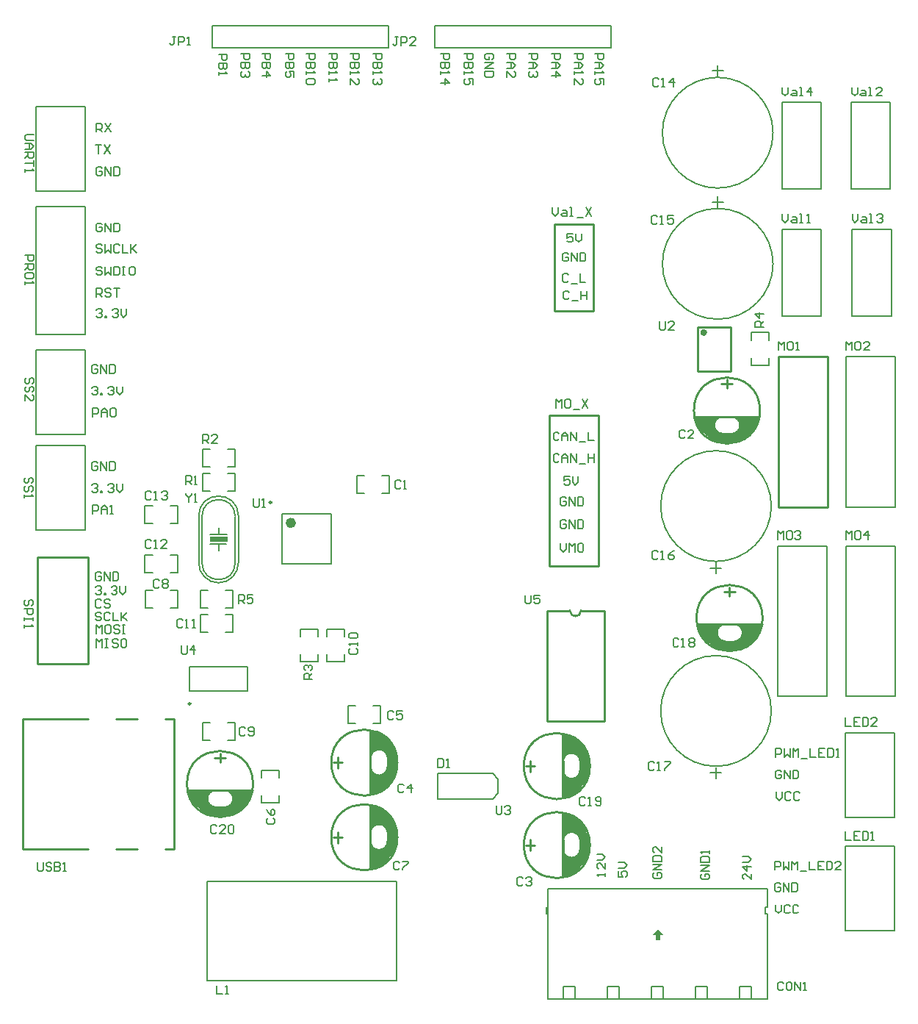
<source format=gto>
G04 Layer_Color=65535*
%FSLAX44Y44*%
%MOMM*%
G71*
G01*
G75*
%ADD22C,0.2540*%
%ADD51C,0.1524*%
%ADD52C,0.6000*%
%ADD53C,0.2500*%
%ADD54C,0.7620*%
%ADD55C,0.1778*%
%ADD56C,0.2000*%
%ADD57C,0.1780*%
%ADD58C,0.1270*%
G36*
X412542Y-918853D02*
X424226Y-927997D01*
X432100Y-947555D01*
X430068Y-966859D01*
X415844Y-984131D01*
X400858Y-989719D01*
X400604Y-960763D01*
X404160Y-965081D01*
X413050Y-967367D01*
X419400Y-962541D01*
X421432Y-952381D01*
X419146Y-940951D01*
X413558Y-936887D01*
X407970D01*
X400858Y-942221D01*
Y-914535D01*
X412542Y-918853D01*
D02*
G37*
G36*
X214919Y-901160D02*
X212633Y-910050D01*
X217459Y-916400D01*
X227619Y-918432D01*
X239049Y-916146D01*
X243113Y-910558D01*
Y-904970D01*
X237779Y-897858D01*
X265465D01*
X261147Y-909542D01*
X252003Y-921226D01*
X232445Y-929100D01*
X213141Y-927068D01*
X195869Y-912844D01*
X190281Y-897858D01*
X219237Y-897604D01*
X214919Y-901160D01*
D02*
G37*
G36*
X738790Y-1064800D02*
X734980D01*
Y-1071150D01*
X729900D01*
Y-1064800D01*
X726090D01*
X732440Y-1058450D01*
X738790Y-1064800D01*
D02*
G37*
G36*
X634542Y-927853D02*
X646226Y-936997D01*
X654100Y-956555D01*
X652068Y-975859D01*
X637844Y-993131D01*
X622858Y-998719D01*
X622604Y-969763D01*
X626160Y-974081D01*
X635050Y-976367D01*
X641400Y-971541D01*
X643432Y-961381D01*
X641146Y-949951D01*
X635558Y-945887D01*
X629970D01*
X622858Y-951221D01*
Y-923535D01*
X634542Y-927853D01*
D02*
G37*
G36*
Y-836853D02*
X646226Y-845997D01*
X654100Y-865555D01*
X652068Y-884859D01*
X637844Y-902131D01*
X622858Y-907719D01*
X622604Y-878763D01*
X626160Y-883081D01*
X635050Y-885367D01*
X641400Y-880541D01*
X643432Y-870381D01*
X641146Y-858951D01*
X635558Y-854887D01*
X629970D01*
X622858Y-860221D01*
Y-832535D01*
X634542Y-836853D01*
D02*
G37*
G36*
X236160Y-611921D02*
X216094D01*
Y-606079D01*
X236160D01*
Y-611921D01*
D02*
G37*
G36*
X799359Y-471020D02*
X797073Y-479910D01*
X801899Y-486260D01*
X812059Y-488292D01*
X823489Y-486006D01*
X827553Y-480418D01*
Y-474830D01*
X822219Y-467718D01*
X849905D01*
X845587Y-479402D01*
X836443Y-491086D01*
X816885Y-498960D01*
X797581Y-496928D01*
X780309Y-482704D01*
X774721Y-467718D01*
X803677Y-467464D01*
X799359Y-471020D01*
D02*
G37*
G36*
X412542Y-832853D02*
X424226Y-841997D01*
X432100Y-861555D01*
X430068Y-880859D01*
X415844Y-898131D01*
X400858Y-903719D01*
X400604Y-874763D01*
X404160Y-879081D01*
X413050Y-881367D01*
X419400Y-876541D01*
X421432Y-866381D01*
X419146Y-854951D01*
X413558Y-850887D01*
X407970D01*
X400858Y-856221D01*
Y-828535D01*
X412542Y-832853D01*
D02*
G37*
G36*
X802359Y-710020D02*
X800073Y-718910D01*
X804899Y-725260D01*
X815059Y-727292D01*
X826489Y-725006D01*
X830553Y-719418D01*
Y-713830D01*
X825219Y-706718D01*
X852905D01*
X848587Y-718402D01*
X839443Y-730086D01*
X819885Y-737960D01*
X800581Y-735928D01*
X783309Y-721704D01*
X777721Y-706718D01*
X806677Y-706464D01*
X802359Y-710020D01*
D02*
G37*
D22*
X432100Y-866381D02*
G03*
X432100Y-866381I-38100J0D01*
G01*
X410513Y-851121D02*
G03*
X401112Y-860031I124J-9545D01*
G01*
X420924D02*
G03*
X410510Y-851141I-9652J-762D01*
G01*
X401112Y-871969D02*
G03*
X411018Y-881113I9525J381D01*
G01*
Y-881113D02*
G03*
X420924Y-871461I127J9779D01*
G01*
X432100Y-952381D02*
G03*
X432100Y-952381I-38100J0D01*
G01*
X410513Y-937121D02*
G03*
X401112Y-946031I124J-9545D01*
G01*
X420924D02*
G03*
X410510Y-937141I-9652J-762D01*
G01*
X401112Y-957969D02*
G03*
X411018Y-967113I9525J381D01*
G01*
Y-967113D02*
G03*
X420924Y-957461I127J9779D01*
G01*
X654100Y-961381D02*
G03*
X654100Y-961381I-38100J0D01*
G01*
X632513Y-946121D02*
G03*
X623112Y-955031I124J-9545D01*
G01*
X642924D02*
G03*
X632510Y-946141I-9652J-762D01*
G01*
X623112Y-966969D02*
G03*
X633018Y-976113I9525J381D01*
G01*
Y-976113D02*
G03*
X642924Y-966461I127J9779D01*
G01*
X853159Y-699860D02*
G03*
X853159Y-699860I-38100J0D01*
G01*
X830319Y-716373D02*
G03*
X821409Y-706972I-9545J-124D01*
G01*
Y-726784D02*
G03*
X830299Y-716370I-762J9652D01*
G01*
X809471Y-706972D02*
G03*
X800327Y-716878I381J-9525D01*
G01*
X800327D02*
G03*
X809979Y-726784I9779J-127D01*
G01*
X850159Y-460860D02*
G03*
X850159Y-460860I-38100J0D01*
G01*
X827319Y-477373D02*
G03*
X818409Y-467972I-9545J-124D01*
G01*
Y-487784D02*
G03*
X827299Y-477370I-762J9652D01*
G01*
X806471Y-467972D02*
G03*
X797327Y-477878I381J-9525D01*
G01*
X797327D02*
G03*
X806979Y-487784I9779J-127D01*
G01*
X265719Y-891000D02*
G03*
X265719Y-891000I-38100J0D01*
G01*
X242879Y-907513D02*
G03*
X233969Y-898112I-9545J-124D01*
G01*
Y-917924D02*
G03*
X242859Y-907510I-762J9652D01*
G01*
X222031Y-898112D02*
G03*
X212887Y-908018I381J-9525D01*
G01*
X212887D02*
G03*
X222539Y-917924I9779J-127D01*
G01*
X631090Y-691360D02*
G03*
X643790Y-691360I6350J0D01*
G01*
X654100Y-870381D02*
G03*
X654100Y-870381I-38100J0D01*
G01*
X632513Y-855121D02*
G03*
X623112Y-864031I124J-9545D01*
G01*
X642924D02*
G03*
X632510Y-855141I-9652J-762D01*
G01*
X623112Y-875969D02*
G03*
X633018Y-885113I9525J381D01*
G01*
Y-885113D02*
G03*
X642924Y-875461I127J9779D01*
G01*
X613000Y-345860D02*
Y-245860D01*
X658000D01*
Y-345860D02*
Y-245860D01*
X613000Y-345860D02*
X658000D01*
X607000Y-466518D02*
X663642D01*
Y-640000D02*
Y-466518D01*
X607000Y-640000D02*
X663642D01*
X607000D02*
Y-466518D01*
X871310Y-398738D02*
X927952D01*
Y-572220D02*
Y-398738D01*
X871310Y-572220D02*
X927952D01*
X871310D02*
Y-398738D01*
X16764Y-629412D02*
X75438D01*
X16764Y-752856D02*
Y-629412D01*
Y-752856D02*
X75438D01*
Y-629412D01*
X400858Y-902957D02*
Y-828789D01*
X358440Y-866381D02*
X368600D01*
X363520Y-872731D02*
Y-860031D01*
X401112Y-872477D02*
Y-860031D01*
X420924Y-873239D02*
Y-859269D01*
X400858Y-988957D02*
Y-914789D01*
X358440Y-952381D02*
X368600D01*
X363520Y-958731D02*
Y-946031D01*
X401112Y-958477D02*
Y-946031D01*
X420924Y-959239D02*
Y-945269D01*
X778517Y-415260D02*
Y-364460D01*
Y-415260D02*
X816363D01*
Y-364460D01*
X778517D02*
X816363D01*
X622858Y-997957D02*
Y-923789D01*
X580440Y-961381D02*
X590600D01*
X585520Y-967731D02*
Y-955031D01*
X623112Y-967477D02*
Y-955031D01*
X642924Y-968239D02*
Y-954269D01*
X778483Y-706718D02*
X852651D01*
X815059Y-674460D02*
Y-664300D01*
X808709Y-669380D02*
X821409D01*
X808963Y-706972D02*
X821409D01*
X808201Y-726784D02*
X822171D01*
X775483Y-467718D02*
X849651D01*
X812059Y-435460D02*
Y-425300D01*
X805709Y-430380D02*
X818409D01*
X805963Y-467972D02*
X818409D01*
X805201Y-487784D02*
X819171D01*
X191043Y-897858D02*
X265211D01*
X227619Y-865600D02*
Y-855440D01*
X221269Y-860520D02*
X233969D01*
X221523Y-898112D02*
X233969D01*
X220761Y-917924D02*
X234731D01*
X474Y-816070D02*
X75404D01*
X108170D02*
X132300D01*
X164812D02*
X174972D01*
X164812Y-965930D02*
X174972D01*
X108170D02*
X132300D01*
X474D02*
X75404D01*
X500Y-966000D02*
Y-816000D01*
X175000Y-966000D02*
Y-816000D01*
X604420Y-691360D02*
X631090D01*
X643790D02*
X670460D01*
Y-818360D02*
Y-691360D01*
X604420Y-818360D02*
X670460D01*
X604420D02*
Y-691360D01*
X622858Y-906957D02*
Y-832789D01*
X580440Y-870381D02*
X590600D01*
X585520Y-876731D02*
Y-864031D01*
X623112Y-876477D02*
Y-864031D01*
X642924Y-877239D02*
Y-863269D01*
D51*
X865194Y-140860D02*
G03*
X865194Y-140860I-63754J0D01*
G01*
Y-291860D02*
G03*
X865194Y-291860I-63754J0D01*
G01*
X863194Y-806860D02*
G03*
X863194Y-806860I-63754J0D01*
G01*
Y-570860D02*
G03*
X863194Y-570860I-63754J0D01*
G01*
X801440Y-75836D02*
Y-63136D01*
X795090Y-69486D02*
X807790D01*
X801440Y-226836D02*
Y-214136D01*
X795090Y-220486D02*
X807790D01*
X799440Y-884584D02*
Y-871884D01*
X793090Y-878234D02*
X805790D01*
X799440Y-648584D02*
Y-635884D01*
X793090Y-642234D02*
X805790D01*
D52*
X312246Y-590246D02*
G03*
X312246Y-590246I-3000J0D01*
G01*
D53*
X286996Y-566746D02*
G03*
X286996Y-566746I-1250J0D01*
G01*
X193810Y-798620D02*
G03*
X193810Y-798620I-1250J0D01*
G01*
D54*
X785375Y-371064D02*
G03*
X785398Y-371057I-318J1030D01*
G01*
D55*
X248860Y-582100D02*
G03*
X203140Y-582322I-22859J-151D01*
G01*
X203139Y-635663D02*
G03*
X248833Y-635676I22847J-769D01*
G01*
X245049Y-582399D02*
G03*
X206950Y-582584I-19050J-126D01*
G01*
Y-636686D02*
G03*
X245049Y-636501I19050J126D01*
G01*
X414020Y-535940D02*
X422656D01*
Y-546100D02*
Y-535940D01*
Y-556260D02*
Y-546100D01*
X414020Y-556260D02*
X422656D01*
X385064D02*
X393700D01*
X385064D02*
Y-546100D01*
Y-535940D01*
X393700D01*
X204724Y-688340D02*
X213360D01*
X204724D02*
Y-678180D01*
Y-668020D01*
X213360D01*
X233680D02*
X242316D01*
Y-678180D02*
Y-668020D01*
Y-688340D02*
Y-678180D01*
X233680Y-688340D02*
X242316D01*
X141224D02*
X149860D01*
X141224D02*
Y-678180D01*
Y-668020D01*
X149860D01*
X170180D02*
X178816D01*
Y-678180D02*
Y-668020D01*
Y-688340D02*
Y-678180D01*
X170180Y-688340D02*
X178816D01*
X207264Y-840740D02*
X215900D01*
X207264D02*
Y-830580D01*
Y-820420D01*
X215900D01*
X236220D02*
X244856D01*
Y-830580D02*
Y-820420D01*
Y-840740D02*
Y-830580D01*
X236220Y-840740D02*
X244856D01*
X320040Y-721360D02*
Y-712724D01*
X330200D01*
X340360D01*
Y-721360D02*
Y-712724D01*
Y-750316D02*
Y-741680D01*
X330200Y-750316D02*
X340360D01*
X320040D02*
X330200D01*
X320040D02*
Y-741680D01*
X404160Y-800840D02*
X412796D01*
Y-811000D02*
Y-800840D01*
Y-821160D02*
Y-811000D01*
X404160Y-821160D02*
X412796D01*
X375204D02*
X383840D01*
X375204D02*
Y-811000D01*
Y-800840D01*
X383840D01*
X296160Y-912796D02*
Y-904160D01*
X286000Y-912796D02*
X296160D01*
X275840D02*
X286000D01*
X275840D02*
Y-904160D01*
Y-883840D02*
Y-875204D01*
X286000D01*
X296160D01*
Y-883840D02*
Y-875204D01*
X858678Y-1138206D02*
Y-1040416D01*
X724820Y-1138460D02*
Y-1124490D01*
X738790D01*
Y-1138460D02*
Y-1124490D01*
X775620Y-1138460D02*
Y-1124490D01*
X789590D01*
Y-1138460D02*
Y-1124490D01*
X826420Y-1138460D02*
Y-1124490D01*
X840390D01*
Y-1138460D02*
Y-1124490D01*
X856138Y-1040416D02*
X858678D01*
X856138D02*
Y-1032796D01*
X858678D01*
X707040Y-1011460D02*
X858678D01*
Y-1032796D02*
Y-1011460D01*
X707040Y-1138460D02*
X858678D01*
X605440Y-1011460D02*
X707040D01*
X605440Y-1138460D02*
Y-1017302D01*
Y-1138460D02*
X707040D01*
X623220D02*
Y-1124490D01*
X637190D01*
Y-1138460D02*
Y-1124490D01*
X674020Y-1138460D02*
Y-1124490D01*
X687990D01*
Y-1138460D02*
Y-1124490D01*
X604170Y-1040670D02*
Y-1033050D01*
X860600Y-408656D02*
Y-400020D01*
X850440Y-408656D02*
X860600D01*
X840280D02*
X850440D01*
X840280D02*
Y-400020D01*
Y-379700D02*
Y-371064D01*
X850440D01*
X860600D01*
Y-379700D02*
Y-371064D01*
X212780Y-1117150D02*
Y-1002850D01*
X431220D01*
Y-1117150D02*
Y-1002850D01*
X212780Y-1117150D02*
X431220D01*
X207264Y-525780D02*
X215900D01*
X207264D02*
Y-515620D01*
Y-505460D01*
X215900D01*
X236220D02*
X244856D01*
Y-515620D02*
Y-505460D01*
Y-525780D02*
Y-515620D01*
X236220Y-525780D02*
X244856D01*
X141204Y-591160D02*
X149840D01*
X141204D02*
Y-581000D01*
Y-570840D01*
X149840D01*
X170160D02*
X178796D01*
Y-581000D02*
Y-570840D01*
Y-591160D02*
Y-581000D01*
X170160Y-591160D02*
X178796D01*
X141204Y-647160D02*
X149840D01*
X141204D02*
Y-637000D01*
Y-626840D01*
X149840D01*
X170160D02*
X178796D01*
Y-637000D02*
Y-626840D01*
Y-647160D02*
Y-637000D01*
X170160Y-647160D02*
X178796D01*
X370840Y-750316D02*
Y-741680D01*
X360680Y-750316D02*
X370840D01*
X350520D02*
X360680D01*
X350520D02*
Y-741680D01*
Y-721360D02*
Y-712724D01*
X360680D01*
X370840D01*
Y-721360D02*
Y-712724D01*
X204724Y-716280D02*
X213360D01*
X204724D02*
Y-706120D01*
Y-695960D01*
X213360D01*
X233680D02*
X242316D01*
Y-706120D02*
Y-695960D01*
Y-716280D02*
Y-706120D01*
X233680Y-716280D02*
X242316D01*
X226254Y-622208D02*
Y-614334D01*
X216348D02*
X235144D01*
X226254Y-603920D02*
Y-596300D01*
X216348Y-603920D02*
X235398D01*
X203139Y-635663D02*
Y-582322D01*
X248860Y-635676D02*
Y-582100D01*
X206950Y-635917D02*
Y-582576D01*
X245050Y-636171D02*
Y-582830D01*
X207264Y-553720D02*
X215900D01*
X207264D02*
Y-543560D01*
Y-533400D01*
X215900D01*
X236220D02*
X244856D01*
Y-543560D02*
Y-533400D01*
Y-553720D02*
Y-543560D01*
X236220Y-553720D02*
X244856D01*
D56*
X15870Y-225578D02*
X72512D01*
Y-373660D02*
Y-225578D01*
X15870Y-373660D02*
X72512D01*
X15870D02*
Y-225578D01*
X871310Y-398738D02*
X927952D01*
X871310Y-572220D02*
Y-398738D01*
Y-572220D02*
X927952D01*
Y-398738D01*
X1005952Y-572220D02*
Y-398738D01*
X949310Y-572220D02*
X1005952D01*
X949310D02*
Y-398738D01*
X1005952D01*
X870310Y-616738D02*
X926952D01*
X870310Y-790220D02*
Y-616738D01*
Y-790220D02*
X926952D01*
Y-616738D01*
X1005952Y-790220D02*
Y-616738D01*
X949310Y-790220D02*
X1005952D01*
X949310D02*
Y-616738D01*
X1005952D01*
X15870Y-110978D02*
X72512D01*
Y-208260D02*
Y-110978D01*
X15870Y-208260D02*
X72512D01*
X15870D02*
Y-110978D01*
X299246Y-637246D02*
X356246D01*
X299246Y-580246D02*
X356246D01*
Y-637246D02*
Y-580246D01*
X299246Y-637246D02*
Y-580246D01*
X259560Y-783620D02*
Y-755620D01*
X192560Y-783620D02*
Y-755620D01*
X259560D01*
X192560Y-783620D02*
X259560D01*
X948310Y-831838D02*
X1004952D01*
Y-929120D02*
Y-831838D01*
X948310Y-929120D02*
X1004952D01*
X948310D02*
Y-831838D01*
Y-962838D02*
X1004952D01*
Y-1060120D02*
Y-962838D01*
X948310Y-1060120D02*
X1004952D01*
X948310D02*
Y-962838D01*
X548450Y-897390D02*
Y-885460D01*
X478600Y-879110D02*
X542100D01*
X478600Y-908320D02*
Y-879110D01*
Y-908320D02*
X542100D01*
X548450Y-901970D02*
Y-897390D01*
X542100Y-908320D02*
X548450Y-901970D01*
X542100Y-879110D02*
X548450Y-885460D01*
X1000440Y-205860D02*
Y-105860D01*
X955440Y-205860D02*
X1000440D01*
X955440Y-105860D02*
X1000440D01*
X955440Y-205860D02*
Y-105860D01*
X972440D01*
X920440Y-351860D02*
Y-251860D01*
X875440Y-351860D02*
X920440D01*
X875440Y-251860D02*
X920440D01*
X875440Y-351860D02*
Y-251860D01*
X892440D01*
X920440Y-205860D02*
Y-105860D01*
X875440Y-205860D02*
X920440D01*
X875440Y-105860D02*
X920440D01*
X875440Y-205860D02*
Y-105860D01*
X892440D01*
X1001440Y-351860D02*
Y-251860D01*
X956440Y-351860D02*
X1001440D01*
X956440Y-251860D02*
X1001440D01*
X956440Y-351860D02*
Y-251860D01*
X973440D01*
X15870Y-598260D02*
Y-500978D01*
Y-598260D02*
X72512D01*
Y-500978D01*
X15870D02*
X72512D01*
X15870Y-488260D02*
Y-390978D01*
Y-488260D02*
X72512D01*
Y-390978D01*
X15870D02*
X72512D01*
X218400Y-17300D02*
X421600D01*
X218400Y-42700D02*
Y-17300D01*
Y-42700D02*
X421600D01*
Y-17300D01*
X474980Y-17780D02*
X678180D01*
X474980Y-43180D02*
Y-17780D01*
Y-43180D02*
X678180D01*
Y-17780D01*
D57*
X605440Y-1017302D02*
Y-1011460D01*
D58*
X615000Y-458000D02*
Y-448003D01*
X618332Y-451335D01*
X621665Y-448003D01*
Y-458000D01*
X629995Y-448003D02*
X626663D01*
X624997Y-449669D01*
Y-456334D01*
X626663Y-458000D01*
X629995D01*
X631661Y-456334D01*
Y-449669D01*
X629995Y-448003D01*
X634994Y-459666D02*
X641658D01*
X644990Y-448003D02*
X651655Y-458000D01*
Y-448003D02*
X644990Y-458000D01*
X733664Y-79669D02*
X731998Y-78003D01*
X728666D01*
X727000Y-79669D01*
Y-86334D01*
X728666Y-88000D01*
X731998D01*
X733664Y-86334D01*
X736997Y-88000D02*
X740329D01*
X738663D01*
Y-78003D01*
X736997Y-79669D01*
X750326Y-88000D02*
Y-78003D01*
X745327Y-83002D01*
X751992D01*
X223664Y-939669D02*
X221998Y-938003D01*
X218666D01*
X217000Y-939669D01*
Y-946334D01*
X218666Y-948000D01*
X221998D01*
X223664Y-946334D01*
X233661Y-948000D02*
X226997D01*
X233661Y-941336D01*
Y-939669D01*
X231995Y-938003D01*
X228663D01*
X226997Y-939669D01*
X236994D02*
X238660Y-938003D01*
X241992D01*
X243658Y-939669D01*
Y-946334D01*
X241992Y-948000D01*
X238660D01*
X236994Y-946334D01*
Y-939669D01*
X17000Y-981003D02*
Y-989334D01*
X18666Y-991000D01*
X21998D01*
X23665Y-989334D01*
Y-981003D01*
X33661Y-982669D02*
X31995Y-981003D01*
X28663D01*
X26997Y-982669D01*
Y-984335D01*
X28663Y-986002D01*
X31995D01*
X33661Y-987668D01*
Y-989334D01*
X31995Y-991000D01*
X28663D01*
X26997Y-989334D01*
X36994Y-981003D02*
Y-991000D01*
X41992D01*
X43658Y-989334D01*
Y-987668D01*
X41992Y-986002D01*
X36994D01*
X41992D01*
X43658Y-984335D01*
Y-982669D01*
X41992Y-981003D01*
X36994D01*
X46990Y-991000D02*
X50323D01*
X48657D01*
Y-981003D01*
X46990Y-982669D01*
X579401Y-673479D02*
Y-681810D01*
X581067Y-683476D01*
X584399D01*
X586065Y-681810D01*
Y-673479D01*
X596062D02*
X589398D01*
Y-678478D01*
X592730Y-676812D01*
X594396D01*
X596062Y-678478D01*
Y-681810D01*
X594396Y-683476D01*
X591064D01*
X589398Y-681810D01*
X648664Y-907669D02*
X646998Y-906003D01*
X643666D01*
X642000Y-907669D01*
Y-914334D01*
X643666Y-916000D01*
X646998D01*
X648664Y-914334D01*
X651997Y-916000D02*
X655329D01*
X653663D01*
Y-906003D01*
X651997Y-907669D01*
X660327Y-914334D02*
X661994Y-916000D01*
X665326D01*
X666992Y-914334D01*
Y-907669D01*
X665326Y-906003D01*
X661994D01*
X660327Y-907669D01*
Y-909335D01*
X661994Y-911002D01*
X666992D01*
X731665Y-237669D02*
X729998Y-236003D01*
X726666D01*
X725000Y-237669D01*
Y-244334D01*
X726666Y-246000D01*
X729998D01*
X731665Y-244334D01*
X734997Y-246000D02*
X738329D01*
X736663D01*
Y-236003D01*
X734997Y-237669D01*
X749992Y-236003D02*
X743327D01*
Y-241002D01*
X746660Y-239335D01*
X748326D01*
X749992Y-241002D01*
Y-244334D01*
X748326Y-246000D01*
X744994D01*
X743327Y-244334D01*
X756665Y-724669D02*
X754998Y-723003D01*
X751666D01*
X750000Y-724669D01*
Y-731334D01*
X751666Y-733000D01*
X754998D01*
X756665Y-731334D01*
X759997Y-733000D02*
X763329D01*
X761663D01*
Y-723003D01*
X759997Y-724669D01*
X768327D02*
X769994Y-723003D01*
X773326D01*
X774992Y-724669D01*
Y-726336D01*
X773326Y-728002D01*
X774992Y-729668D01*
Y-731334D01*
X773326Y-733000D01*
X769994D01*
X768327Y-731334D01*
Y-729668D01*
X769994Y-728002D01*
X768327Y-726336D01*
Y-724669D01*
X769994Y-728002D02*
X773326D01*
X728664Y-866669D02*
X726998Y-865003D01*
X723666D01*
X722000Y-866669D01*
Y-873334D01*
X723666Y-875000D01*
X726998D01*
X728664Y-873334D01*
X731997Y-875000D02*
X735329D01*
X733663D01*
Y-865003D01*
X731997Y-866669D01*
X740327Y-865003D02*
X746992D01*
Y-866669D01*
X740327Y-873334D01*
Y-875000D01*
X732664Y-623669D02*
X730998Y-622003D01*
X727666D01*
X726000Y-623669D01*
Y-630334D01*
X727666Y-632000D01*
X730998D01*
X732664Y-630334D01*
X735997Y-632000D02*
X739329D01*
X737663D01*
Y-622003D01*
X735997Y-623669D01*
X750992Y-622003D02*
X747660Y-623669D01*
X744327Y-627002D01*
Y-630334D01*
X745994Y-632000D01*
X749326D01*
X750992Y-630334D01*
Y-628668D01*
X749326Y-627002D01*
X744327D01*
X948463Y-814449D02*
Y-824446D01*
X955127D01*
X965124Y-814449D02*
X958460D01*
Y-824446D01*
X965124D01*
X958460Y-819448D02*
X961792D01*
X968456Y-814449D02*
Y-824446D01*
X973455D01*
X975121Y-822780D01*
Y-816115D01*
X973455Y-814449D01*
X968456D01*
X985118Y-824446D02*
X978453D01*
X985118Y-817782D01*
Y-816115D01*
X983452Y-814449D01*
X980119D01*
X978453Y-816115D01*
X948463Y-945513D02*
Y-955510D01*
X955127D01*
X965124Y-945513D02*
X958460D01*
Y-955510D01*
X965124D01*
X958460Y-950512D02*
X961792D01*
X968456Y-945513D02*
Y-955510D01*
X973455D01*
X975121Y-953844D01*
Y-947179D01*
X973455Y-945513D01*
X968456D01*
X978453Y-955510D02*
X981786D01*
X980119D01*
Y-945513D01*
X978453Y-947179D01*
X546000Y-916003D02*
Y-924334D01*
X547666Y-926000D01*
X550998D01*
X552664Y-924334D01*
Y-916003D01*
X555997Y-917669D02*
X557663Y-916003D01*
X560995D01*
X562661Y-917669D01*
Y-919335D01*
X560995Y-921002D01*
X559329D01*
X560995D01*
X562661Y-922668D01*
Y-924334D01*
X560995Y-926000D01*
X557663D01*
X555997Y-924334D01*
X224000Y-1123003D02*
Y-1133000D01*
X230665D01*
X233997D02*
X237329D01*
X235663D01*
Y-1123003D01*
X233997Y-1124669D01*
X478825Y-861641D02*
Y-871638D01*
X483823D01*
X485489Y-869972D01*
Y-863307D01*
X483823Y-861641D01*
X478825D01*
X488822Y-871638D02*
X492154D01*
X490488D01*
Y-861641D01*
X488822Y-863307D01*
X434664Y-981669D02*
X432998Y-980003D01*
X429666D01*
X428000Y-981669D01*
Y-988334D01*
X429666Y-990000D01*
X432998D01*
X434664Y-988334D01*
X437997Y-980003D02*
X444661D01*
Y-981669D01*
X437997Y-988334D01*
Y-990000D01*
X282669Y-930335D02*
X281003Y-932002D01*
Y-935334D01*
X282669Y-937000D01*
X289334D01*
X291000Y-935334D01*
Y-932002D01*
X289334Y-930335D01*
X281003Y-920339D02*
X282669Y-923671D01*
X286002Y-927003D01*
X289334D01*
X291000Y-925337D01*
Y-922005D01*
X289334Y-920339D01*
X287668D01*
X286002Y-922005D01*
Y-927003D01*
X427664Y-808669D02*
X425998Y-807003D01*
X422666D01*
X421000Y-808669D01*
Y-815334D01*
X422666Y-817000D01*
X425998D01*
X427664Y-815334D01*
X437661Y-807003D02*
X430997D01*
Y-812002D01*
X434329Y-810335D01*
X435995D01*
X437661Y-812002D01*
Y-815334D01*
X435995Y-817000D01*
X432663D01*
X430997Y-815334D01*
X439664Y-892669D02*
X437998Y-891003D01*
X434666D01*
X433000Y-892669D01*
Y-899334D01*
X434666Y-901000D01*
X437998D01*
X439664Y-899334D01*
X447995Y-901000D02*
Y-891003D01*
X442997Y-896002D01*
X449661D01*
X576665Y-999669D02*
X574998Y-998003D01*
X571666D01*
X570000Y-999669D01*
Y-1006334D01*
X571666Y-1008000D01*
X574998D01*
X576665Y-1006334D01*
X579997Y-999669D02*
X581663Y-998003D01*
X584995D01*
X586661Y-999669D01*
Y-1001336D01*
X584995Y-1003002D01*
X583329D01*
X584995D01*
X586661Y-1004668D01*
Y-1006334D01*
X584995Y-1008000D01*
X581663D01*
X579997Y-1006334D01*
X877104Y-1120529D02*
X875438Y-1118863D01*
X872106D01*
X870440Y-1120529D01*
Y-1127194D01*
X872106Y-1128860D01*
X875438D01*
X877104Y-1127194D01*
X885435Y-1118863D02*
X882103D01*
X880437Y-1120529D01*
Y-1127194D01*
X882103Y-1128860D01*
X885435D01*
X887101Y-1127194D01*
Y-1120529D01*
X885435Y-1118863D01*
X890434Y-1128860D02*
Y-1118863D01*
X897098Y-1128860D01*
Y-1118863D01*
X900430Y-1128860D02*
X903763D01*
X902096D01*
Y-1118863D01*
X900430Y-1120529D01*
X955829Y-88517D02*
Y-95182D01*
X959161Y-98514D01*
X962493Y-95182D01*
Y-88517D01*
X967492Y-91850D02*
X970824D01*
X972490Y-93516D01*
Y-98514D01*
X967492D01*
X965826Y-96848D01*
X967492Y-95182D01*
X972490D01*
X975822Y-98514D02*
X979155D01*
X977489D01*
Y-88517D01*
X975822D01*
X990818Y-98514D02*
X984153D01*
X990818Y-91850D01*
Y-90183D01*
X989152Y-88517D01*
X985819D01*
X984153Y-90183D01*
X875819Y-88517D02*
Y-95182D01*
X879151Y-98514D01*
X882483Y-95182D01*
Y-88517D01*
X887482Y-91850D02*
X890814D01*
X892480Y-93516D01*
Y-98514D01*
X887482D01*
X885816Y-96848D01*
X887482Y-95182D01*
X892480D01*
X895812Y-98514D02*
X899145D01*
X897479D01*
Y-88517D01*
X895812D01*
X909141Y-98514D02*
Y-88517D01*
X904143Y-93516D01*
X910808D01*
X956591Y-234567D02*
Y-241232D01*
X959923Y-244564D01*
X963255Y-241232D01*
Y-234567D01*
X968254Y-237900D02*
X971586D01*
X973252Y-239566D01*
Y-244564D01*
X968254D01*
X966588Y-242898D01*
X968254Y-241232D01*
X973252D01*
X976584Y-244564D02*
X979917D01*
X978251D01*
Y-234567D01*
X976584D01*
X984915Y-236233D02*
X986581Y-234567D01*
X989913D01*
X991580Y-236233D01*
Y-237900D01*
X989913Y-239566D01*
X988247D01*
X989913D01*
X991580Y-241232D01*
Y-242898D01*
X989913Y-244564D01*
X986581D01*
X984915Y-242898D01*
X875819Y-234567D02*
Y-241232D01*
X879151Y-244564D01*
X882483Y-241232D01*
Y-234567D01*
X887482Y-237900D02*
X890814D01*
X892480Y-239566D01*
Y-244564D01*
X887482D01*
X885816Y-242898D01*
X887482Y-241232D01*
X892480D01*
X895812Y-244564D02*
X899145D01*
X897479D01*
Y-234567D01*
X895812D01*
X904143Y-244564D02*
X907475D01*
X905809D01*
Y-234567D01*
X904143Y-236233D01*
X949479Y-609308D02*
Y-599311D01*
X952811Y-602644D01*
X956143Y-599311D01*
Y-609308D01*
X964474Y-599311D02*
X961142D01*
X959476Y-600977D01*
Y-607642D01*
X961142Y-609308D01*
X964474D01*
X966140Y-607642D01*
Y-600977D01*
X964474Y-599311D01*
X974471Y-609308D02*
Y-599311D01*
X969472Y-604310D01*
X976137D01*
X870485Y-609308D02*
Y-599311D01*
X873817Y-602644D01*
X877149Y-599311D01*
Y-609308D01*
X885480Y-599311D02*
X882148D01*
X880482Y-600977D01*
Y-607642D01*
X882148Y-609308D01*
X885480D01*
X887146Y-607642D01*
Y-600977D01*
X885480Y-599311D01*
X890478Y-600977D02*
X892145Y-599311D01*
X895477D01*
X897143Y-600977D01*
Y-602644D01*
X895477Y-604310D01*
X893811D01*
X895477D01*
X897143Y-605976D01*
Y-607642D01*
X895477Y-609308D01*
X892145D01*
X890478Y-607642D01*
X949479Y-391376D02*
Y-381379D01*
X952811Y-384712D01*
X956143Y-381379D01*
Y-391376D01*
X964474Y-381379D02*
X961142D01*
X959476Y-383045D01*
Y-389710D01*
X961142Y-391376D01*
X964474D01*
X966140Y-389710D01*
Y-383045D01*
X964474Y-381379D01*
X976137Y-391376D02*
X969472D01*
X976137Y-384712D01*
Y-383045D01*
X974471Y-381379D01*
X971139D01*
X969472Y-383045D01*
X871501Y-391376D02*
Y-381379D01*
X874833Y-384712D01*
X878165Y-381379D01*
Y-391376D01*
X886496Y-381379D02*
X883164D01*
X881498Y-383045D01*
Y-389710D01*
X883164Y-391376D01*
X886496D01*
X888162Y-389710D01*
Y-383045D01*
X886496Y-381379D01*
X891494Y-391376D02*
X894827D01*
X893161D01*
Y-381379D01*
X891494Y-383045D01*
X187960Y-556423D02*
Y-558089D01*
X191292Y-561422D01*
X194625Y-558089D01*
Y-556423D01*
X191292Y-561422D02*
Y-566420D01*
X197957D02*
X201289D01*
X199623D01*
Y-556423D01*
X197957Y-558089D01*
X12997Y-143000D02*
X4666D01*
X3000Y-144666D01*
Y-147998D01*
X4666Y-149664D01*
X12997D01*
X3000Y-152997D02*
X9664D01*
X12997Y-156329D01*
X9664Y-159661D01*
X3000D01*
X7998D01*
Y-152997D01*
X3000Y-162994D02*
X12997D01*
Y-167992D01*
X11331Y-169658D01*
X7998D01*
X6332Y-167992D01*
Y-162994D01*
Y-166326D02*
X3000Y-169658D01*
X12997Y-172990D02*
Y-179655D01*
Y-176323D01*
X3000D01*
Y-182987D02*
Y-186319D01*
Y-184653D01*
X12997D01*
X11331Y-182987D01*
X182880Y-731683D02*
Y-740014D01*
X184546Y-741680D01*
X187878D01*
X189545Y-740014D01*
Y-731683D01*
X197875Y-741680D02*
Y-731683D01*
X192877Y-736682D01*
X199541D01*
X734440Y-357863D02*
Y-366194D01*
X736106Y-367860D01*
X739438D01*
X741105Y-366194D01*
Y-357863D01*
X751101Y-367860D02*
X744437D01*
X751101Y-361195D01*
Y-359529D01*
X749435Y-357863D01*
X746103D01*
X744437Y-359529D01*
X266000Y-562003D02*
Y-570334D01*
X267666Y-572000D01*
X270998D01*
X272665Y-570334D01*
Y-562003D01*
X275997Y-572000D02*
X279329D01*
X277663D01*
Y-562003D01*
X275997Y-563669D01*
X854440Y-364860D02*
X844443D01*
Y-359862D01*
X846109Y-358195D01*
X849442D01*
X851108Y-359862D01*
Y-364860D01*
Y-361528D02*
X854440Y-358195D01*
Y-349865D02*
X844443D01*
X849442Y-354863D01*
Y-348199D01*
X334200Y-770520D02*
X324203D01*
Y-765522D01*
X325869Y-763856D01*
X329202D01*
X330868Y-765522D01*
Y-770520D01*
Y-767188D02*
X334200Y-763856D01*
X325869Y-760523D02*
X324203Y-758857D01*
Y-755525D01*
X325869Y-753859D01*
X327536D01*
X329202Y-755525D01*
Y-757191D01*
Y-755525D01*
X330868Y-753859D01*
X332534D01*
X334200Y-755525D01*
Y-758857D01*
X332534Y-760523D01*
X207731Y-498276D02*
Y-488279D01*
X212729D01*
X214395Y-489945D01*
Y-493278D01*
X212729Y-494944D01*
X207731D01*
X211063D02*
X214395Y-498276D01*
X224392D02*
X217728D01*
X224392Y-491612D01*
Y-489945D01*
X222726Y-488279D01*
X219394D01*
X217728Y-489945D01*
X187960Y-546100D02*
Y-536103D01*
X192958D01*
X194625Y-537769D01*
Y-541102D01*
X192958Y-542768D01*
X187960D01*
X191292D02*
X194625Y-546100D01*
X197957D02*
X201289D01*
X199623D01*
Y-536103D01*
X197957Y-537769D01*
X248920Y-683260D02*
Y-673263D01*
X253918D01*
X255585Y-674929D01*
Y-678262D01*
X253918Y-679928D01*
X248920D01*
X252252D02*
X255585Y-683260D01*
X265581Y-673263D02*
X258917D01*
Y-678262D01*
X262249Y-676596D01*
X263915D01*
X265581Y-678262D01*
Y-681594D01*
X263915Y-683260D01*
X260583D01*
X258917Y-681594D01*
X3000Y-282000D02*
X12997D01*
Y-286998D01*
X11331Y-288664D01*
X7998D01*
X6332Y-286998D01*
Y-282000D01*
X3000Y-291997D02*
X12997D01*
Y-296995D01*
X11331Y-298661D01*
X7998D01*
X6332Y-296995D01*
Y-291997D01*
Y-295329D02*
X3000Y-298661D01*
X12997Y-306992D02*
Y-303660D01*
X11331Y-301994D01*
X4666D01*
X3000Y-303660D01*
Y-306992D01*
X4666Y-308658D01*
X11331D01*
X12997Y-306992D01*
X3000Y-311990D02*
Y-315323D01*
Y-313657D01*
X12997D01*
X11331Y-311990D01*
X148317Y-555374D02*
X146650Y-553708D01*
X143318D01*
X141652Y-555374D01*
Y-562039D01*
X143318Y-563705D01*
X146650D01*
X148317Y-562039D01*
X151649Y-563705D02*
X154981D01*
X153315D01*
Y-553708D01*
X151649Y-555374D01*
X159980D02*
X161646Y-553708D01*
X164978D01*
X166644Y-555374D01*
Y-557040D01*
X164978Y-558707D01*
X163312D01*
X164978D01*
X166644Y-560373D01*
Y-562039D01*
X164978Y-563705D01*
X161646D01*
X159980Y-562039D01*
X148182Y-611374D02*
X146516Y-609708D01*
X143184D01*
X141518Y-611374D01*
Y-618039D01*
X143184Y-619705D01*
X146516D01*
X148182Y-618039D01*
X151515Y-619705D02*
X154847D01*
X153181D01*
Y-609708D01*
X151515Y-611374D01*
X166510Y-619705D02*
X159846D01*
X166510Y-613040D01*
Y-611374D01*
X164844Y-609708D01*
X161512D01*
X159846Y-611374D01*
X184464Y-702869D02*
X182798Y-701203D01*
X179466D01*
X177800Y-702869D01*
Y-709534D01*
X179466Y-711200D01*
X182798D01*
X184464Y-709534D01*
X187797Y-711200D02*
X191129D01*
X189463D01*
Y-701203D01*
X187797Y-702869D01*
X196127Y-711200D02*
X199460D01*
X197794D01*
Y-701203D01*
X196127Y-702869D01*
X377749Y-735015D02*
X376083Y-736682D01*
Y-740014D01*
X377749Y-741680D01*
X384414D01*
X386080Y-740014D01*
Y-736682D01*
X384414Y-735015D01*
X386080Y-731683D02*
Y-728351D01*
Y-730017D01*
X376083D01*
X377749Y-731683D01*
Y-723353D02*
X376083Y-721686D01*
Y-718354D01*
X377749Y-716688D01*
X384414D01*
X386080Y-718354D01*
Y-721686D01*
X384414Y-723353D01*
X377749D01*
X256724Y-827249D02*
X255058Y-825583D01*
X251726D01*
X250060Y-827249D01*
Y-833914D01*
X251726Y-835580D01*
X255058D01*
X256724Y-833914D01*
X260057D02*
X261723Y-835580D01*
X265055D01*
X266721Y-833914D01*
Y-827249D01*
X265055Y-825583D01*
X261723D01*
X260057Y-827249D01*
Y-828915D01*
X261723Y-830582D01*
X266721D01*
X157684Y-656849D02*
X156018Y-655183D01*
X152686D01*
X151020Y-656849D01*
Y-663514D01*
X152686Y-665180D01*
X156018D01*
X157684Y-663514D01*
X161017Y-656849D02*
X162683Y-655183D01*
X166015D01*
X167681Y-656849D01*
Y-658515D01*
X166015Y-660182D01*
X167681Y-661848D01*
Y-663514D01*
X166015Y-665180D01*
X162683D01*
X161017Y-663514D01*
Y-661848D01*
X162683Y-660182D01*
X161017Y-658515D01*
Y-656849D01*
X162683Y-660182D02*
X166015D01*
X763664Y-484669D02*
X761998Y-483003D01*
X758666D01*
X757000Y-484669D01*
Y-491334D01*
X758666Y-493000D01*
X761998D01*
X763664Y-491334D01*
X773661Y-493000D02*
X766997D01*
X773661Y-486335D01*
Y-484669D01*
X771995Y-483003D01*
X768663D01*
X766997Y-484669D01*
X435924Y-542849D02*
X434258Y-541183D01*
X430926D01*
X429260Y-542849D01*
Y-549514D01*
X430926Y-551180D01*
X434258D01*
X435924Y-549514D01*
X439257Y-551180D02*
X442589D01*
X440923D01*
Y-541183D01*
X439257Y-542849D01*
X10331Y-685665D02*
X11997Y-683998D01*
Y-680666D01*
X10331Y-679000D01*
X8665D01*
X6998Y-680666D01*
Y-683998D01*
X5332Y-685665D01*
X3666D01*
X2000Y-683998D01*
Y-680666D01*
X3666Y-679000D01*
X2000Y-688997D02*
X11997D01*
Y-693995D01*
X10331Y-695661D01*
X6998D01*
X5332Y-693995D01*
Y-688997D01*
X11997Y-698994D02*
Y-702326D01*
Y-700660D01*
X2000D01*
Y-698994D01*
Y-702326D01*
Y-707324D02*
Y-710656D01*
Y-708990D01*
X11997D01*
X10331Y-707324D01*
Y-544664D02*
X11997Y-542998D01*
Y-539666D01*
X10331Y-538000D01*
X8665D01*
X6998Y-539666D01*
Y-542998D01*
X5332Y-544664D01*
X3666D01*
X2000Y-542998D01*
Y-539666D01*
X3666Y-538000D01*
X10331Y-554661D02*
X11997Y-552995D01*
Y-549663D01*
X10331Y-547997D01*
X8665D01*
X6998Y-549663D01*
Y-552995D01*
X5332Y-554661D01*
X3666D01*
X2000Y-552995D01*
Y-549663D01*
X3666Y-547997D01*
X2000Y-557994D02*
Y-561326D01*
Y-559660D01*
X11997D01*
X10331Y-557994D01*
X11331Y-429664D02*
X12997Y-427998D01*
Y-424666D01*
X11331Y-423000D01*
X9664D01*
X7998Y-424666D01*
Y-427998D01*
X6332Y-429664D01*
X4666D01*
X3000Y-427998D01*
Y-424666D01*
X4666Y-423000D01*
X11331Y-439661D02*
X12997Y-437995D01*
Y-434663D01*
X11331Y-432997D01*
X9664D01*
X7998Y-434663D01*
Y-437995D01*
X6332Y-439661D01*
X4666D01*
X3000Y-437995D01*
Y-434663D01*
X4666Y-432997D01*
X3000Y-449658D02*
Y-442994D01*
X9664Y-449658D01*
X11331D01*
X12997Y-447992D01*
Y-444660D01*
X11331Y-442994D01*
X176665Y-30003D02*
X173332D01*
X174998D01*
Y-38334D01*
X173332Y-40000D01*
X171666D01*
X170000Y-38334D01*
X179997Y-40000D02*
Y-30003D01*
X184995D01*
X186661Y-31669D01*
Y-35002D01*
X184995Y-36668D01*
X179997D01*
X189994Y-40000D02*
X193326D01*
X191660D01*
Y-30003D01*
X189994Y-31669D01*
X433245Y-30483D02*
X429912D01*
X431578D01*
Y-38814D01*
X429912Y-40480D01*
X428246D01*
X426580Y-38814D01*
X436577Y-40480D02*
Y-30483D01*
X441575D01*
X443241Y-32149D01*
Y-35482D01*
X441575Y-37148D01*
X436577D01*
X453238Y-40480D02*
X446574D01*
X453238Y-33816D01*
Y-32149D01*
X451572Y-30483D01*
X448240D01*
X446574Y-32149D01*
X90665Y-648669D02*
X88998Y-647003D01*
X85666D01*
X84000Y-648669D01*
Y-655334D01*
X85666Y-657000D01*
X88998D01*
X90665Y-655334D01*
Y-652002D01*
X87332D01*
X93997Y-657000D02*
Y-647003D01*
X100661Y-657000D01*
Y-647003D01*
X103994D02*
Y-657000D01*
X108992D01*
X110658Y-655334D01*
Y-648669D01*
X108992Y-647003D01*
X103994D01*
X84000Y-664669D02*
X85666Y-663003D01*
X88998D01*
X90665Y-664669D01*
Y-666336D01*
X88998Y-668002D01*
X87332D01*
X88998D01*
X90665Y-669668D01*
Y-671334D01*
X88998Y-673000D01*
X85666D01*
X84000Y-671334D01*
X93997Y-673000D02*
Y-671334D01*
X95663D01*
Y-673000D01*
X93997D01*
X102327Y-664669D02*
X103994Y-663003D01*
X107326D01*
X108992Y-664669D01*
Y-666336D01*
X107326Y-668002D01*
X105660D01*
X107326D01*
X108992Y-669668D01*
Y-671334D01*
X107326Y-673000D01*
X103994D01*
X102327Y-671334D01*
X112324Y-663003D02*
Y-669668D01*
X115656Y-673000D01*
X118989Y-669668D01*
Y-663003D01*
X90665Y-679669D02*
X88998Y-678003D01*
X85666D01*
X84000Y-679669D01*
Y-686334D01*
X85666Y-688000D01*
X88998D01*
X90665Y-686334D01*
X100661Y-679669D02*
X98995Y-678003D01*
X95663D01*
X93997Y-679669D01*
Y-681336D01*
X95663Y-683002D01*
X98995D01*
X100661Y-684668D01*
Y-686334D01*
X98995Y-688000D01*
X95663D01*
X93997Y-686334D01*
X90665Y-694669D02*
X88998Y-693003D01*
X85666D01*
X84000Y-694669D01*
Y-696336D01*
X85666Y-698002D01*
X88998D01*
X90665Y-699668D01*
Y-701334D01*
X88998Y-703000D01*
X85666D01*
X84000Y-701334D01*
X100661Y-694669D02*
X98995Y-693003D01*
X95663D01*
X93997Y-694669D01*
Y-701334D01*
X95663Y-703000D01*
X98995D01*
X100661Y-701334D01*
X103994Y-693003D02*
Y-703000D01*
X110658D01*
X113990Y-693003D02*
Y-703000D01*
Y-699668D01*
X120655Y-693003D01*
X115656Y-698002D01*
X120655Y-703000D01*
X85000Y-718000D02*
Y-708003D01*
X88332Y-711336D01*
X91664Y-708003D01*
Y-718000D01*
X99995Y-708003D02*
X96663D01*
X94997Y-709669D01*
Y-716334D01*
X96663Y-718000D01*
X99995D01*
X101661Y-716334D01*
Y-709669D01*
X99995Y-708003D01*
X111658Y-709669D02*
X109992Y-708003D01*
X106660D01*
X104994Y-709669D01*
Y-711336D01*
X106660Y-713002D01*
X109992D01*
X111658Y-714668D01*
Y-716334D01*
X109992Y-718000D01*
X106660D01*
X104994Y-716334D01*
X114990Y-708003D02*
X118323D01*
X116657D01*
Y-718000D01*
X114990D01*
X118323D01*
X85000Y-734000D02*
Y-724003D01*
X88332Y-727336D01*
X91664Y-724003D01*
Y-734000D01*
X94997Y-724003D02*
X98329D01*
X96663D01*
Y-734000D01*
X94997D01*
X98329D01*
X109992Y-725669D02*
X108326Y-724003D01*
X104994D01*
X103327Y-725669D01*
Y-727336D01*
X104994Y-729002D01*
X108326D01*
X109992Y-730668D01*
Y-732334D01*
X108326Y-734000D01*
X104994D01*
X103327Y-732334D01*
X118323Y-724003D02*
X114990D01*
X113324Y-725669D01*
Y-732334D01*
X114990Y-734000D01*
X118323D01*
X119989Y-732334D01*
Y-725669D01*
X118323Y-724003D01*
X867000Y-990000D02*
Y-980003D01*
X871998D01*
X873664Y-981669D01*
Y-985002D01*
X871998Y-986668D01*
X867000D01*
X876997Y-980003D02*
Y-990000D01*
X880329Y-986668D01*
X883661Y-990000D01*
Y-980003D01*
X886994Y-990000D02*
Y-980003D01*
X890326Y-983335D01*
X893658Y-980003D01*
Y-990000D01*
X896990Y-991666D02*
X903655D01*
X906987Y-980003D02*
Y-990000D01*
X913652D01*
X923648Y-980003D02*
X916984D01*
Y-990000D01*
X923648D01*
X916984Y-985002D02*
X920316D01*
X926981Y-980003D02*
Y-990000D01*
X931979D01*
X933645Y-988334D01*
Y-981669D01*
X931979Y-980003D01*
X926981D01*
X943642Y-990000D02*
X936977D01*
X943642Y-983335D01*
Y-981669D01*
X941976Y-980003D01*
X938644D01*
X936977Y-981669D01*
X873664Y-1006669D02*
X871998Y-1005003D01*
X868666D01*
X867000Y-1006669D01*
Y-1013334D01*
X868666Y-1015000D01*
X871998D01*
X873664Y-1013334D01*
Y-1010002D01*
X870332D01*
X876997Y-1015000D02*
Y-1005003D01*
X883661Y-1015000D01*
Y-1005003D01*
X886994D02*
Y-1015000D01*
X891992D01*
X893658Y-1013334D01*
Y-1006669D01*
X891992Y-1005003D01*
X886994D01*
X868000Y-1030003D02*
Y-1036668D01*
X871332Y-1040000D01*
X874665Y-1036668D01*
Y-1030003D01*
X884661Y-1031669D02*
X882995Y-1030003D01*
X879663D01*
X877997Y-1031669D01*
Y-1038334D01*
X879663Y-1040000D01*
X882995D01*
X884661Y-1038334D01*
X894658Y-1031669D02*
X892992Y-1030003D01*
X889660D01*
X887994Y-1031669D01*
Y-1038334D01*
X889660Y-1040000D01*
X892992D01*
X894658Y-1038334D01*
X869000Y-900003D02*
Y-906668D01*
X872332Y-910000D01*
X875665Y-906668D01*
Y-900003D01*
X885661Y-901669D02*
X883995Y-900003D01*
X880663D01*
X878997Y-901669D01*
Y-908334D01*
X880663Y-910000D01*
X883995D01*
X885661Y-908334D01*
X895658Y-901669D02*
X893992Y-900003D01*
X890660D01*
X888994Y-901669D01*
Y-908334D01*
X890660Y-910000D01*
X893992D01*
X895658Y-908334D01*
X874665Y-876669D02*
X872998Y-875003D01*
X869666D01*
X868000Y-876669D01*
Y-883334D01*
X869666Y-885000D01*
X872998D01*
X874665Y-883334D01*
Y-880002D01*
X871332D01*
X877997Y-885000D02*
Y-875003D01*
X884661Y-885000D01*
Y-875003D01*
X887994D02*
Y-885000D01*
X892992D01*
X894658Y-883334D01*
Y-876669D01*
X892992Y-875003D01*
X887994D01*
X868000Y-860000D02*
Y-850003D01*
X872998D01*
X874665Y-851669D01*
Y-855002D01*
X872998Y-856668D01*
X868000D01*
X877997Y-850003D02*
Y-860000D01*
X881329Y-856668D01*
X884661Y-860000D01*
Y-850003D01*
X887994Y-860000D02*
Y-850003D01*
X891326Y-853335D01*
X894658Y-850003D01*
Y-860000D01*
X897990Y-861666D02*
X904655D01*
X907987Y-850003D02*
Y-860000D01*
X914652D01*
X924648Y-850003D02*
X917984D01*
Y-860000D01*
X924648D01*
X917984Y-855002D02*
X921316D01*
X927981Y-850003D02*
Y-860000D01*
X932979D01*
X934645Y-858334D01*
Y-851669D01*
X932979Y-850003D01*
X927981D01*
X937977Y-860000D02*
X941310D01*
X939644D01*
Y-850003D01*
X937977Y-851669D01*
X611000Y-227003D02*
Y-233668D01*
X614332Y-237000D01*
X617664Y-233668D01*
Y-227003D01*
X622663Y-230336D02*
X625995D01*
X627661Y-232002D01*
Y-237000D01*
X622663D01*
X620997Y-235334D01*
X622663Y-233668D01*
X627661D01*
X630994Y-237000D02*
X634326D01*
X632660D01*
Y-227003D01*
X630994D01*
X639324Y-238666D02*
X645989D01*
X649321Y-227003D02*
X655985Y-237000D01*
Y-227003D02*
X649321Y-237000D01*
X634225Y-257003D02*
X627560D01*
Y-262002D01*
X630892Y-260336D01*
X632558D01*
X634225Y-262002D01*
Y-265334D01*
X632558Y-267000D01*
X629226D01*
X627560Y-265334D01*
X637557Y-257003D02*
Y-263668D01*
X640889Y-267000D01*
X644221Y-263668D01*
Y-257003D01*
X629225Y-280669D02*
X627558Y-279003D01*
X624226D01*
X622560Y-280669D01*
Y-287334D01*
X624226Y-289000D01*
X627558D01*
X629225Y-287334D01*
Y-284002D01*
X625892D01*
X632557Y-289000D02*
Y-279003D01*
X639221Y-289000D01*
Y-279003D01*
X642554D02*
Y-289000D01*
X647552D01*
X649218Y-287334D01*
Y-280669D01*
X647552Y-279003D01*
X642554D01*
X629225Y-304669D02*
X627558Y-303003D01*
X624226D01*
X622560Y-304669D01*
Y-311334D01*
X624226Y-313000D01*
X627558D01*
X629225Y-311334D01*
X632557Y-314666D02*
X639221D01*
X642554Y-303003D02*
Y-313000D01*
X649218D01*
X630224Y-324669D02*
X628558Y-323003D01*
X625226D01*
X623560Y-324669D01*
Y-331334D01*
X625226Y-333000D01*
X628558D01*
X630224Y-331334D01*
X633557Y-334666D02*
X640221D01*
X643554Y-323003D02*
Y-333000D01*
Y-328002D01*
X650218D01*
Y-323003D01*
Y-333000D01*
X618665Y-487187D02*
X616998Y-485521D01*
X613666D01*
X612000Y-487187D01*
Y-493852D01*
X613666Y-495518D01*
X616998D01*
X618665Y-493852D01*
X621997Y-495518D02*
Y-488853D01*
X625329Y-485521D01*
X628661Y-488853D01*
Y-495518D01*
Y-490520D01*
X621997D01*
X631994Y-495518D02*
Y-485521D01*
X638658Y-495518D01*
Y-485521D01*
X641990Y-497184D02*
X648655D01*
X651987Y-485521D02*
Y-495518D01*
X658652D01*
X618665Y-512187D02*
X616998Y-510521D01*
X613666D01*
X612000Y-512187D01*
Y-518852D01*
X613666Y-520518D01*
X616998D01*
X618665Y-518852D01*
X621997Y-520518D02*
Y-513853D01*
X625329Y-510521D01*
X628661Y-513853D01*
Y-520518D01*
Y-515520D01*
X621997D01*
X631994Y-520518D02*
Y-510521D01*
X638658Y-520518D01*
Y-510521D01*
X641990Y-522184D02*
X648655D01*
X651987Y-510521D02*
Y-520518D01*
Y-515520D01*
X658652D01*
Y-510521D01*
Y-520518D01*
X630664Y-536521D02*
X624000D01*
Y-541520D01*
X627332Y-539854D01*
X628998D01*
X630664Y-541520D01*
Y-544852D01*
X628998Y-546518D01*
X625666D01*
X624000Y-544852D01*
X633997Y-536521D02*
Y-543186D01*
X637329Y-546518D01*
X640661Y-543186D01*
Y-536521D01*
X626665Y-562187D02*
X624998Y-560521D01*
X621666D01*
X620000Y-562187D01*
Y-568852D01*
X621666Y-570518D01*
X624998D01*
X626665Y-568852D01*
Y-565520D01*
X623332D01*
X629997Y-570518D02*
Y-560521D01*
X636661Y-570518D01*
Y-560521D01*
X639994D02*
Y-570518D01*
X644992D01*
X646658Y-568852D01*
Y-562187D01*
X644992Y-560521D01*
X639994D01*
X626665Y-588187D02*
X624998Y-586521D01*
X621666D01*
X620000Y-588187D01*
Y-594852D01*
X621666Y-596518D01*
X624998D01*
X626665Y-594852D01*
Y-591520D01*
X623332D01*
X629997Y-596518D02*
Y-586521D01*
X636661Y-596518D01*
Y-586521D01*
X639994D02*
Y-596518D01*
X644992D01*
X646658Y-594852D01*
Y-588187D01*
X644992Y-586521D01*
X639994D01*
X620000Y-613521D02*
Y-620186D01*
X623332Y-623518D01*
X626665Y-620186D01*
Y-613521D01*
X629997Y-623518D02*
Y-613521D01*
X633329Y-616853D01*
X636661Y-613521D01*
Y-623518D01*
X644992Y-613521D02*
X641660D01*
X639994Y-615187D01*
Y-621852D01*
X641660Y-623518D01*
X644992D01*
X646658Y-621852D01*
Y-615187D01*
X644992Y-613521D01*
X660000Y-50000D02*
X669997D01*
Y-54998D01*
X668331Y-56665D01*
X664998D01*
X663332Y-54998D01*
Y-50000D01*
X660000Y-59997D02*
X666665D01*
X669997Y-63329D01*
X666665Y-66661D01*
X660000D01*
X664998D01*
Y-59997D01*
X660000Y-69994D02*
Y-73326D01*
Y-71660D01*
X669997D01*
X668331Y-69994D01*
X669997Y-84989D02*
Y-78324D01*
X664998D01*
X666665Y-81657D01*
Y-83323D01*
X664998Y-84989D01*
X661666D01*
X660000Y-83323D01*
Y-79990D01*
X661666Y-78324D01*
X636000Y-50000D02*
X645997D01*
Y-54998D01*
X644331Y-56665D01*
X640998D01*
X639332Y-54998D01*
Y-50000D01*
X636000Y-59997D02*
X642664D01*
X645997Y-63329D01*
X642664Y-66661D01*
X636000D01*
X640998D01*
Y-59997D01*
X636000Y-69994D02*
Y-73326D01*
Y-71660D01*
X645997D01*
X644331Y-69994D01*
X636000Y-84989D02*
Y-78324D01*
X642664Y-84989D01*
X644331D01*
X645997Y-83323D01*
Y-79990D01*
X644331Y-78324D01*
X610000Y-50000D02*
X619997D01*
Y-54998D01*
X618331Y-56665D01*
X614998D01*
X613332Y-54998D01*
Y-50000D01*
X610000Y-59997D02*
X616665D01*
X619997Y-63329D01*
X616665Y-66661D01*
X610000D01*
X614998D01*
Y-59997D01*
X610000Y-74992D02*
X619997D01*
X614998Y-69994D01*
Y-76658D01*
X584000Y-50000D02*
X593997D01*
Y-54998D01*
X592331Y-56665D01*
X588998D01*
X587332Y-54998D01*
Y-50000D01*
X584000Y-59997D02*
X590664D01*
X593997Y-63329D01*
X590664Y-66661D01*
X584000D01*
X588998D01*
Y-59997D01*
X592331Y-69994D02*
X593997Y-71660D01*
Y-74992D01*
X592331Y-76658D01*
X590664D01*
X588998Y-74992D01*
Y-73326D01*
Y-74992D01*
X587332Y-76658D01*
X585666D01*
X584000Y-74992D01*
Y-71660D01*
X585666Y-69994D01*
X558000Y-50000D02*
X567997D01*
Y-54998D01*
X566331Y-56665D01*
X562998D01*
X561332Y-54998D01*
Y-50000D01*
X558000Y-59997D02*
X564664D01*
X567997Y-63329D01*
X564664Y-66661D01*
X558000D01*
X562998D01*
Y-59997D01*
X558000Y-76658D02*
Y-69994D01*
X564664Y-76658D01*
X566331D01*
X567997Y-74992D01*
Y-71660D01*
X566331Y-69994D01*
X541331Y-56665D02*
X542997Y-54998D01*
Y-51666D01*
X541331Y-50000D01*
X534666D01*
X533000Y-51666D01*
Y-54998D01*
X534666Y-56665D01*
X537998D01*
Y-53332D01*
X533000Y-59997D02*
X542997D01*
X533000Y-66661D01*
X542997D01*
Y-69994D02*
X533000D01*
Y-74992D01*
X534666Y-76658D01*
X541331D01*
X542997Y-74992D01*
Y-69994D01*
X509000Y-50000D02*
X518997D01*
Y-54998D01*
X517331Y-56665D01*
X513998D01*
X512332Y-54998D01*
Y-50000D01*
X518997Y-59997D02*
X509000D01*
Y-64995D01*
X510666Y-66661D01*
X512332D01*
X513998Y-64995D01*
Y-59997D01*
Y-64995D01*
X515664Y-66661D01*
X517331D01*
X518997Y-64995D01*
Y-59997D01*
X509000Y-69994D02*
Y-73326D01*
Y-71660D01*
X518997D01*
X517331Y-69994D01*
X518997Y-84989D02*
Y-78324D01*
X513998D01*
X515664Y-81657D01*
Y-83323D01*
X513998Y-84989D01*
X510666D01*
X509000Y-83323D01*
Y-79990D01*
X510666Y-78324D01*
X482000Y-50000D02*
X491997D01*
Y-54998D01*
X490331Y-56665D01*
X486998D01*
X485332Y-54998D01*
Y-50000D01*
X491997Y-59997D02*
X482000D01*
Y-64995D01*
X483666Y-66661D01*
X485332D01*
X486998Y-64995D01*
Y-59997D01*
Y-64995D01*
X488665Y-66661D01*
X490331D01*
X491997Y-64995D01*
Y-59997D01*
X482000Y-69994D02*
Y-73326D01*
Y-71660D01*
X491997D01*
X490331Y-69994D01*
X482000Y-83323D02*
X491997D01*
X486998Y-78324D01*
Y-84989D01*
X404000Y-50000D02*
X413997D01*
Y-54998D01*
X412331Y-56665D01*
X408998D01*
X407332Y-54998D01*
Y-50000D01*
X413997Y-59997D02*
X404000D01*
Y-64995D01*
X405666Y-66661D01*
X407332D01*
X408998Y-64995D01*
Y-59997D01*
Y-64995D01*
X410664Y-66661D01*
X412331D01*
X413997Y-64995D01*
Y-59997D01*
X404000Y-69994D02*
Y-73326D01*
Y-71660D01*
X413997D01*
X412331Y-69994D01*
Y-78324D02*
X413997Y-79990D01*
Y-83323D01*
X412331Y-84989D01*
X410664D01*
X408998Y-83323D01*
Y-81657D01*
Y-83323D01*
X407332Y-84989D01*
X405666D01*
X404000Y-83323D01*
Y-79990D01*
X405666Y-78324D01*
X378000Y-50000D02*
X387997D01*
Y-54998D01*
X386331Y-56665D01*
X382998D01*
X381332Y-54998D01*
Y-50000D01*
X387997Y-59997D02*
X378000D01*
Y-64995D01*
X379666Y-66661D01*
X381332D01*
X382998Y-64995D01*
Y-59997D01*
Y-64995D01*
X384664Y-66661D01*
X386331D01*
X387997Y-64995D01*
Y-59997D01*
X378000Y-69994D02*
Y-73326D01*
Y-71660D01*
X387997D01*
X386331Y-69994D01*
X378000Y-84989D02*
Y-78324D01*
X384664Y-84989D01*
X386331D01*
X387997Y-83323D01*
Y-79990D01*
X386331Y-78324D01*
X353000Y-50000D02*
X362997D01*
Y-54998D01*
X361331Y-56665D01*
X357998D01*
X356332Y-54998D01*
Y-50000D01*
X362997Y-59997D02*
X353000D01*
Y-64995D01*
X354666Y-66661D01*
X356332D01*
X357998Y-64995D01*
Y-59997D01*
Y-64995D01*
X359664Y-66661D01*
X361331D01*
X362997Y-64995D01*
Y-59997D01*
X353000Y-69994D02*
Y-73326D01*
Y-71660D01*
X362997D01*
X361331Y-69994D01*
X353000Y-78324D02*
Y-81657D01*
Y-79990D01*
X362997D01*
X361331Y-78324D01*
X327000Y-50000D02*
X336997D01*
Y-54998D01*
X335331Y-56665D01*
X331998D01*
X330332Y-54998D01*
Y-50000D01*
X336997Y-59997D02*
X327000D01*
Y-64995D01*
X328666Y-66661D01*
X330332D01*
X331998Y-64995D01*
Y-59997D01*
Y-64995D01*
X333665Y-66661D01*
X335331D01*
X336997Y-64995D01*
Y-59997D01*
X327000Y-69994D02*
Y-73326D01*
Y-71660D01*
X336997D01*
X335331Y-69994D01*
Y-78324D02*
X336997Y-79990D01*
Y-83323D01*
X335331Y-84989D01*
X328666D01*
X327000Y-83323D01*
Y-79990D01*
X328666Y-78324D01*
X335331D01*
X303000Y-50000D02*
X312997D01*
Y-54998D01*
X311331Y-56665D01*
X307998D01*
X306332Y-54998D01*
Y-50000D01*
X312997Y-59997D02*
X303000D01*
Y-64995D01*
X304666Y-66661D01*
X306332D01*
X307998Y-64995D01*
Y-59997D01*
Y-64995D01*
X309664Y-66661D01*
X311331D01*
X312997Y-64995D01*
Y-59997D01*
Y-76658D02*
Y-69994D01*
X307998D01*
X309664Y-73326D01*
Y-74992D01*
X307998Y-76658D01*
X304666D01*
X303000Y-74992D01*
Y-71660D01*
X304666Y-69994D01*
X276000Y-50000D02*
X285997D01*
Y-54998D01*
X284331Y-56665D01*
X280998D01*
X279332Y-54998D01*
Y-50000D01*
X285997Y-59997D02*
X276000D01*
Y-64995D01*
X277666Y-66661D01*
X279332D01*
X280998Y-64995D01*
Y-59997D01*
Y-64995D01*
X282665Y-66661D01*
X284331D01*
X285997Y-64995D01*
Y-59997D01*
X276000Y-74992D02*
X285997D01*
X280998Y-69994D01*
Y-76658D01*
X252000Y-50000D02*
X261997D01*
Y-54998D01*
X260331Y-56665D01*
X256998D01*
X255332Y-54998D01*
Y-50000D01*
X261997Y-59997D02*
X252000D01*
Y-64995D01*
X253666Y-66661D01*
X255332D01*
X256998Y-64995D01*
Y-59997D01*
Y-64995D01*
X258664Y-66661D01*
X260331D01*
X261997Y-64995D01*
Y-59997D01*
X260331Y-69994D02*
X261997Y-71660D01*
Y-74992D01*
X260331Y-76658D01*
X258664D01*
X256998Y-74992D01*
Y-73326D01*
Y-74992D01*
X255332Y-76658D01*
X253666D01*
X252000Y-74992D01*
Y-71660D01*
X253666Y-69994D01*
X226000Y-51000D02*
X235997D01*
Y-55998D01*
X234331Y-57664D01*
X230998D01*
X229332Y-55998D01*
Y-51000D01*
X235997Y-60997D02*
X226000D01*
Y-65995D01*
X227666Y-67661D01*
X229332D01*
X230998Y-65995D01*
Y-60997D01*
Y-65995D01*
X232665Y-67661D01*
X234331D01*
X235997Y-65995D01*
Y-60997D01*
X226000Y-70994D02*
Y-74326D01*
Y-72660D01*
X235997D01*
X234331Y-70994D01*
X86664Y-521669D02*
X84998Y-520003D01*
X81666D01*
X80000Y-521669D01*
Y-528334D01*
X81666Y-530000D01*
X84998D01*
X86664Y-528334D01*
Y-525002D01*
X83332D01*
X89997Y-530000D02*
Y-520003D01*
X96661Y-530000D01*
Y-520003D01*
X99994D02*
Y-530000D01*
X104992D01*
X106658Y-528334D01*
Y-521669D01*
X104992Y-520003D01*
X99994D01*
X80000Y-546669D02*
X81666Y-545003D01*
X84998D01*
X86664Y-546669D01*
Y-548335D01*
X84998Y-550002D01*
X83332D01*
X84998D01*
X86664Y-551668D01*
Y-553334D01*
X84998Y-555000D01*
X81666D01*
X80000Y-553334D01*
X89997Y-555000D02*
Y-553334D01*
X91663D01*
Y-555000D01*
X89997D01*
X98327Y-546669D02*
X99994Y-545003D01*
X103326D01*
X104992Y-546669D01*
Y-548335D01*
X103326Y-550002D01*
X101660D01*
X103326D01*
X104992Y-551668D01*
Y-553334D01*
X103326Y-555000D01*
X99994D01*
X98327Y-553334D01*
X108324Y-545003D02*
Y-551668D01*
X111656Y-555000D01*
X114989Y-551668D01*
Y-545003D01*
X81000Y-580000D02*
Y-570003D01*
X85998D01*
X87664Y-571669D01*
Y-575002D01*
X85998Y-576668D01*
X81000D01*
X90997Y-580000D02*
Y-573335D01*
X94329Y-570003D01*
X97661Y-573335D01*
Y-580000D01*
Y-575002D01*
X90997D01*
X100993Y-580000D02*
X104326D01*
X102660D01*
Y-570003D01*
X100993Y-571669D01*
X81000Y-468000D02*
Y-458003D01*
X85998D01*
X87664Y-459669D01*
Y-463002D01*
X85998Y-464668D01*
X81000D01*
X90997Y-468000D02*
Y-461335D01*
X94329Y-458003D01*
X97661Y-461335D01*
Y-468000D01*
Y-463002D01*
X90997D01*
X100993Y-459669D02*
X102660Y-458003D01*
X105992D01*
X107658Y-459669D01*
Y-466334D01*
X105992Y-468000D01*
X102660D01*
X100993Y-466334D01*
Y-459669D01*
X80000Y-434669D02*
X81666Y-433003D01*
X84998D01*
X86664Y-434669D01*
Y-436335D01*
X84998Y-438002D01*
X83332D01*
X84998D01*
X86664Y-439668D01*
Y-441334D01*
X84998Y-443000D01*
X81666D01*
X80000Y-441334D01*
X89997Y-443000D02*
Y-441334D01*
X91663D01*
Y-443000D01*
X89997D01*
X98327Y-434669D02*
X99994Y-433003D01*
X103326D01*
X104992Y-434669D01*
Y-436335D01*
X103326Y-438002D01*
X101660D01*
X103326D01*
X104992Y-439668D01*
Y-441334D01*
X103326Y-443000D01*
X99994D01*
X98327Y-441334D01*
X108324Y-433003D02*
Y-439668D01*
X111656Y-443000D01*
X114989Y-439668D01*
Y-433003D01*
X86664Y-409669D02*
X84998Y-408003D01*
X81666D01*
X80000Y-409669D01*
Y-416334D01*
X81666Y-418000D01*
X84998D01*
X86664Y-416334D01*
Y-413002D01*
X83332D01*
X89997Y-418000D02*
Y-408003D01*
X96661Y-418000D01*
Y-408003D01*
X99994D02*
Y-418000D01*
X104992D01*
X106658Y-416334D01*
Y-409669D01*
X104992Y-408003D01*
X99994D01*
X85000Y-345669D02*
X86666Y-344003D01*
X89998D01*
X91664Y-345669D01*
Y-347336D01*
X89998Y-349002D01*
X88332D01*
X89998D01*
X91664Y-350668D01*
Y-352334D01*
X89998Y-354000D01*
X86666D01*
X85000Y-352334D01*
X94997Y-354000D02*
Y-352334D01*
X96663D01*
Y-354000D01*
X94997D01*
X103327Y-345669D02*
X104994Y-344003D01*
X108326D01*
X109992Y-345669D01*
Y-347336D01*
X108326Y-349002D01*
X106660D01*
X108326D01*
X109992Y-350668D01*
Y-352334D01*
X108326Y-354000D01*
X104994D01*
X103327Y-352334D01*
X113324Y-344003D02*
Y-350668D01*
X116657Y-354000D01*
X119989Y-350668D01*
Y-344003D01*
X85000Y-330000D02*
Y-320003D01*
X89998D01*
X91664Y-321669D01*
Y-325002D01*
X89998Y-326668D01*
X85000D01*
X88332D02*
X91664Y-330000D01*
X101661Y-321669D02*
X99995Y-320003D01*
X96663D01*
X94997Y-321669D01*
Y-323335D01*
X96663Y-325002D01*
X99995D01*
X101661Y-326668D01*
Y-328334D01*
X99995Y-330000D01*
X96663D01*
X94997Y-328334D01*
X104994Y-320003D02*
X111658D01*
X108326D01*
Y-330000D01*
X91664Y-296669D02*
X89998Y-295003D01*
X86666D01*
X85000Y-296669D01*
Y-298335D01*
X86666Y-300002D01*
X89998D01*
X91664Y-301668D01*
Y-303334D01*
X89998Y-305000D01*
X86666D01*
X85000Y-303334D01*
X94997Y-295003D02*
Y-305000D01*
X98329Y-301668D01*
X101661Y-305000D01*
Y-295003D01*
X104994D02*
Y-305000D01*
X109992D01*
X111658Y-303334D01*
Y-296669D01*
X109992Y-295003D01*
X104994D01*
X114990D02*
X118323D01*
X116657D01*
Y-305000D01*
X114990D01*
X118323D01*
X128319Y-295003D02*
X124987D01*
X123321Y-296669D01*
Y-303334D01*
X124987Y-305000D01*
X128319D01*
X129986Y-303334D01*
Y-296669D01*
X128319Y-295003D01*
X91664Y-270669D02*
X89998Y-269003D01*
X86666D01*
X85000Y-270669D01*
Y-272335D01*
X86666Y-274002D01*
X89998D01*
X91664Y-275668D01*
Y-277334D01*
X89998Y-279000D01*
X86666D01*
X85000Y-277334D01*
X94997Y-269003D02*
Y-279000D01*
X98329Y-275668D01*
X101661Y-279000D01*
Y-269003D01*
X111658Y-270669D02*
X109992Y-269003D01*
X106660D01*
X104994Y-270669D01*
Y-277334D01*
X106660Y-279000D01*
X109992D01*
X111658Y-277334D01*
X114990Y-269003D02*
Y-279000D01*
X121655D01*
X124987Y-269003D02*
Y-279000D01*
Y-275668D01*
X131652Y-269003D01*
X126653Y-274002D01*
X131652Y-279000D01*
X91664Y-246669D02*
X89998Y-245003D01*
X86666D01*
X85000Y-246669D01*
Y-253334D01*
X86666Y-255000D01*
X89998D01*
X91664Y-253334D01*
Y-250002D01*
X88332D01*
X94997Y-255000D02*
Y-245003D01*
X101661Y-255000D01*
Y-245003D01*
X104994D02*
Y-255000D01*
X109992D01*
X111658Y-253334D01*
Y-246669D01*
X109992Y-245003D01*
X104994D01*
X91664Y-181669D02*
X89998Y-180003D01*
X86666D01*
X85000Y-181669D01*
Y-188334D01*
X86666Y-190000D01*
X89998D01*
X91664Y-188334D01*
Y-185002D01*
X88332D01*
X94997Y-190000D02*
Y-180003D01*
X101661Y-190000D01*
Y-180003D01*
X104994D02*
Y-190000D01*
X109992D01*
X111658Y-188334D01*
Y-181669D01*
X109992Y-180003D01*
X104994D01*
X84000Y-155003D02*
X90665D01*
X87332D01*
Y-165000D01*
X93997Y-155003D02*
X100661Y-165000D01*
Y-155003D02*
X93997Y-165000D01*
X85000Y-140000D02*
Y-130003D01*
X89998D01*
X91664Y-131669D01*
Y-135002D01*
X89998Y-136668D01*
X85000D01*
X88332D02*
X91664Y-140000D01*
X94997Y-130003D02*
X101661Y-140000D01*
Y-130003D02*
X94997Y-140000D01*
X672000Y-997000D02*
Y-993668D01*
Y-995334D01*
X662003D01*
X663669Y-997000D01*
X672000Y-982005D02*
Y-988669D01*
X665335Y-982005D01*
X663669D01*
X662003Y-983671D01*
Y-987003D01*
X663669Y-988669D01*
X662003Y-978673D02*
X668668D01*
X672000Y-975340D01*
X668668Y-972008D01*
X662003D01*
X687003Y-991336D02*
Y-998000D01*
X692002D01*
X690335Y-994668D01*
Y-993002D01*
X692002Y-991336D01*
X695334D01*
X697000Y-993002D01*
Y-996334D01*
X695334Y-998000D01*
X687003Y-988003D02*
X693668D01*
X697000Y-984671D01*
X693668Y-981339D01*
X687003D01*
X728669Y-993335D02*
X727003Y-995002D01*
Y-998334D01*
X728669Y-1000000D01*
X735334D01*
X737000Y-998334D01*
Y-995002D01*
X735334Y-993335D01*
X732002D01*
Y-996668D01*
X737000Y-990003D02*
X727003D01*
X737000Y-983339D01*
X727003D01*
Y-980006D02*
X737000D01*
Y-975008D01*
X735334Y-973342D01*
X728669D01*
X727003Y-975008D01*
Y-980006D01*
X737000Y-963345D02*
Y-970010D01*
X730335Y-963345D01*
X728669D01*
X727003Y-965011D01*
Y-968344D01*
X728669Y-970010D01*
X783669Y-994335D02*
X782003Y-996002D01*
Y-999334D01*
X783669Y-1001000D01*
X790334D01*
X792000Y-999334D01*
Y-996002D01*
X790334Y-994335D01*
X787002D01*
Y-997668D01*
X792000Y-991003D02*
X782003D01*
X792000Y-984339D01*
X782003D01*
Y-981006D02*
X792000D01*
Y-976008D01*
X790334Y-974342D01*
X783669D01*
X782003Y-976008D01*
Y-981006D01*
X792000Y-971010D02*
Y-967677D01*
Y-969343D01*
X782003D01*
X783669Y-971010D01*
X840000Y-994335D02*
Y-1001000D01*
X833335Y-994335D01*
X831669D01*
X830003Y-996002D01*
Y-999334D01*
X831669Y-1001000D01*
X840000Y-986005D02*
X830003D01*
X835002Y-991003D01*
Y-984339D01*
X830003Y-981006D02*
X836668D01*
X840000Y-977674D01*
X836668Y-974342D01*
X830003D01*
M02*

</source>
